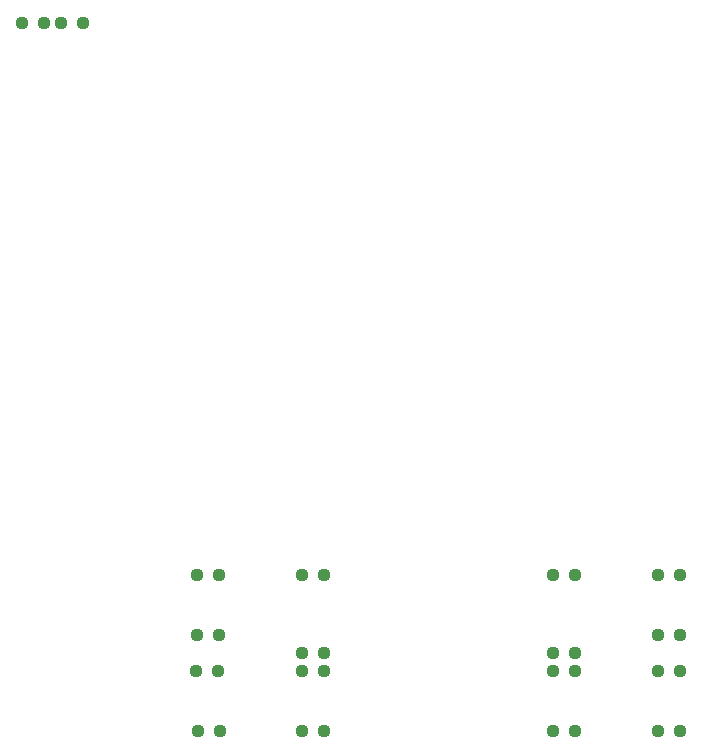
<source format=gbp>
G04 #@! TF.GenerationSoftware,KiCad,Pcbnew,8.0.5*
G04 #@! TF.CreationDate,2024-10-28T15:03:54+01:00*
G04 #@! TF.ProjectId,Aurelia-robotics-PCB,41757265-6c69-4612-9d72-6f626f746963,rev?*
G04 #@! TF.SameCoordinates,Original*
G04 #@! TF.FileFunction,Paste,Bot*
G04 #@! TF.FilePolarity,Positive*
%FSLAX46Y46*%
G04 Gerber Fmt 4.6, Leading zero omitted, Abs format (unit mm)*
G04 Created by KiCad (PCBNEW 8.0.5) date 2024-10-28 15:03:54*
%MOMM*%
%LPD*%
G01*
G04 APERTURE LIST*
G04 Aperture macros list*
%AMRoundRect*
0 Rectangle with rounded corners*
0 $1 Rounding radius*
0 $2 $3 $4 $5 $6 $7 $8 $9 X,Y pos of 4 corners*
0 Add a 4 corners polygon primitive as box body*
4,1,4,$2,$3,$4,$5,$6,$7,$8,$9,$2,$3,0*
0 Add four circle primitives for the rounded corners*
1,1,$1+$1,$2,$3*
1,1,$1+$1,$4,$5*
1,1,$1+$1,$6,$7*
1,1,$1+$1,$8,$9*
0 Add four rect primitives between the rounded corners*
20,1,$1+$1,$2,$3,$4,$5,0*
20,1,$1+$1,$4,$5,$6,$7,0*
20,1,$1+$1,$6,$7,$8,$9,0*
20,1,$1+$1,$8,$9,$2,$3,0*%
G04 Aperture macros list end*
%ADD10RoundRect,0.237500X-0.250000X-0.237500X0.250000X-0.237500X0.250000X0.237500X-0.250000X0.237500X0*%
%ADD11RoundRect,0.237500X0.250000X0.237500X-0.250000X0.237500X-0.250000X-0.237500X0.250000X-0.237500X0*%
G04 APERTURE END LIST*
D10*
X150471500Y-113030000D03*
X152296500Y-113030000D03*
D11*
X131037500Y-111506000D03*
X129212500Y-111506000D03*
D10*
X150471500Y-111506000D03*
X152296500Y-111506000D03*
D11*
X161186500Y-113030000D03*
X159361500Y-113030000D03*
D10*
X150471500Y-104902000D03*
X152296500Y-104902000D03*
X120322500Y-109982000D03*
X122147500Y-109982000D03*
D11*
X110640500Y-58166000D03*
X108815500Y-58166000D03*
D10*
X105513500Y-58166000D03*
X107338500Y-58166000D03*
D11*
X161186500Y-118110000D03*
X159361500Y-118110000D03*
D10*
X120245500Y-113030000D03*
X122070500Y-113030000D03*
X150471500Y-118110000D03*
X152296500Y-118110000D03*
X120322500Y-104902000D03*
X122147500Y-104902000D03*
D11*
X131037500Y-113030000D03*
X129212500Y-113030000D03*
X161186500Y-104902000D03*
X159361500Y-104902000D03*
D10*
X120372500Y-118110000D03*
X122197500Y-118110000D03*
D11*
X131037500Y-104902000D03*
X129212500Y-104902000D03*
X161186500Y-109982000D03*
X159361500Y-109982000D03*
X131037500Y-118110000D03*
X129212500Y-118110000D03*
M02*

</source>
